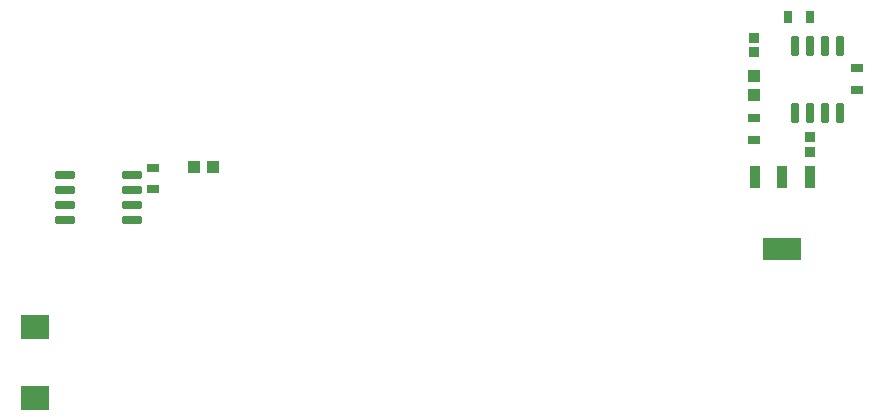
<source format=gbr>
%TF.GenerationSoftware,Altium Limited,Altium Designer,23.3.1 (30)*%
G04 Layer_Color=8421504*
%FSLAX45Y45*%
%MOMM*%
%TF.SameCoordinates,5C971558-4B59-40B4-890D-9BFF8048EDD7*%
%TF.FilePolarity,Positive*%
%TF.FileFunction,Paste,Top*%
%TF.Part,Single*%
G01*
G75*
%TA.AperFunction,SMDPad,CuDef*%
%ADD13R,0.75620X1.10620*%
%ADD14R,1.10620X0.75620*%
%ADD15R,3.25000X1.90000*%
%ADD16R,0.95000X1.90000*%
G04:AMPARAMS|DCode=17|XSize=0.65mm|YSize=1.65mm|CornerRadius=0.04875mm|HoleSize=0mm|Usage=FLASHONLY|Rotation=0.000|XOffset=0mm|YOffset=0mm|HoleType=Round|Shape=RoundedRectangle|*
%AMROUNDEDRECTD17*
21,1,0.65000,1.55250,0,0,0.0*
21,1,0.55250,1.65000,0,0,0.0*
1,1,0.09750,0.27625,-0.77625*
1,1,0.09750,-0.27625,-0.77625*
1,1,0.09750,-0.27625,0.77625*
1,1,0.09750,0.27625,0.77625*
%
%ADD17ROUNDEDRECTD17*%
%ADD18R,0.90620X0.85490*%
%ADD19R,1.06213X1.13504*%
%ADD20R,2.33000X1.99000*%
%ADD21R,1.13504X1.06213*%
G04:AMPARAMS|DCode=22|XSize=0.65mm|YSize=1.65mm|CornerRadius=0.04875mm|HoleSize=0mm|Usage=FLASHONLY|Rotation=90.000|XOffset=0mm|YOffset=0mm|HoleType=Round|Shape=RoundedRectangle|*
%AMROUNDEDRECTD22*
21,1,0.65000,1.55250,0,0,90.0*
21,1,0.55250,1.65000,0,0,90.0*
1,1,0.09750,0.77625,0.27625*
1,1,0.09750,0.77625,-0.27625*
1,1,0.09750,-0.77625,-0.27625*
1,1,0.09750,-0.77625,0.27625*
%
%ADD22ROUNDEDRECTD22*%
D13*
X14257500Y9060000D02*
D03*
X14442500D02*
D03*
D14*
X14839999Y8622500D02*
D03*
Y8437500D02*
D03*
X13970000Y8202499D02*
D03*
Y8017500D02*
D03*
X8880000Y7782500D02*
D03*
Y7597500D02*
D03*
D15*
X14210001Y7095000D02*
D03*
D16*
X13980000Y7705000D02*
D03*
X14210001Y7705000D02*
D03*
X14439999Y7705000D02*
D03*
D17*
X14316800Y8244800D02*
D03*
X14443800D02*
D03*
X14570799D02*
D03*
X14697800D02*
D03*
X14316800Y8809799D02*
D03*
X14443800D02*
D03*
X14570799D02*
D03*
X14697800D02*
D03*
D18*
X13970000Y8757435D02*
D03*
Y8882565D02*
D03*
X14439999Y8042565D02*
D03*
Y7917435D02*
D03*
D19*
X13970000Y8561539D02*
D03*
Y8398460D02*
D03*
D20*
X7880000Y5829000D02*
D03*
Y6431000D02*
D03*
D21*
X9391539Y7790000D02*
D03*
X9228461D02*
D03*
D22*
X8133903Y7718354D02*
D03*
Y7591354D02*
D03*
Y7464354D02*
D03*
Y7337354D02*
D03*
X8698903Y7718354D02*
D03*
Y7591354D02*
D03*
Y7464354D02*
D03*
Y7337354D02*
D03*
%TF.MD5,8f121f098c07d85f99f7a6eca6823756*%
M02*

</source>
